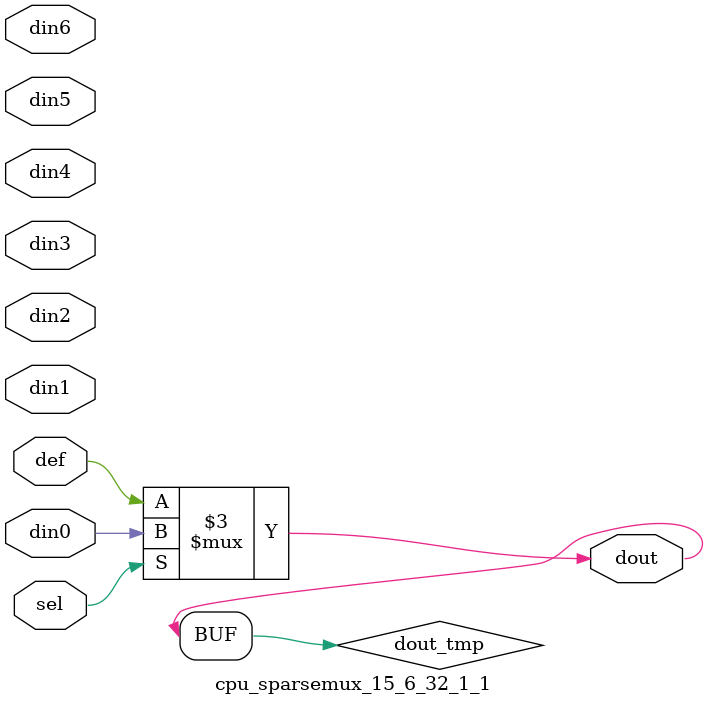
<source format=v>
`timescale 1ns / 1ps

module cpu_sparsemux_15_6_32_1_1 (din0,din1,din2,din3,din4,din5,din6,def,sel,dout);

parameter din0_WIDTH = 1;

parameter din1_WIDTH = 1;

parameter din2_WIDTH = 1;

parameter din3_WIDTH = 1;

parameter din4_WIDTH = 1;

parameter din5_WIDTH = 1;

parameter din6_WIDTH = 1;

parameter def_WIDTH = 1;
parameter sel_WIDTH = 1;
parameter dout_WIDTH = 1;

parameter [sel_WIDTH-1:0] CASE0 = 1;

parameter [sel_WIDTH-1:0] CASE1 = 1;

parameter [sel_WIDTH-1:0] CASE2 = 1;

parameter [sel_WIDTH-1:0] CASE3 = 1;

parameter [sel_WIDTH-1:0] CASE4 = 1;

parameter [sel_WIDTH-1:0] CASE5 = 1;

parameter [sel_WIDTH-1:0] CASE6 = 1;

parameter ID = 1;
parameter NUM_STAGE = 1;



input [din0_WIDTH-1:0] din0;

input [din1_WIDTH-1:0] din1;

input [din2_WIDTH-1:0] din2;

input [din3_WIDTH-1:0] din3;

input [din4_WIDTH-1:0] din4;

input [din5_WIDTH-1:0] din5;

input [din6_WIDTH-1:0] din6;

input [def_WIDTH-1:0] def;
input [sel_WIDTH-1:0] sel;

output [dout_WIDTH-1:0] dout;



reg [dout_WIDTH-1:0] dout_tmp;


always @ (*) begin
(* parallel_case *) case (sel)
    
    CASE0 : dout_tmp = din0;
    
    CASE1 : dout_tmp = din1;
    
    CASE2 : dout_tmp = din2;
    
    CASE3 : dout_tmp = din3;
    
    CASE4 : dout_tmp = din4;
    
    CASE5 : dout_tmp = din5;
    
    CASE6 : dout_tmp = din6;
    
    default : dout_tmp = def;
endcase
end


assign dout = dout_tmp;



endmodule

</source>
